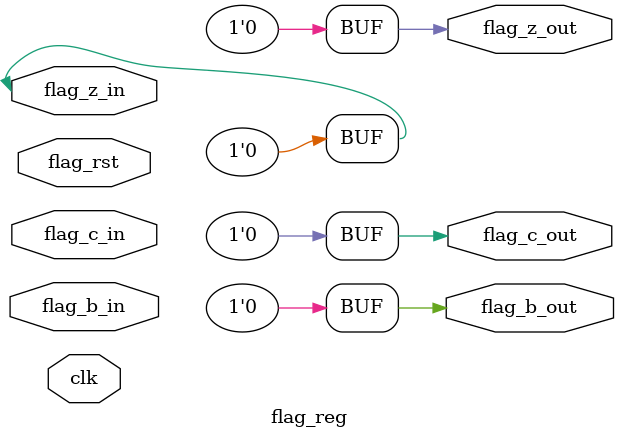
<source format=v>
`timescale 1ns/100ps

module flag_reg (
    clk,
    flag_rst,
    flag_c_in,
    flag_z_in,
    flag_b_in,
    flag_c_out,
    flag_z_out,
    flag_b_out
);

input clk, flag_rst, flag_c_in, flag_z_in, flag_b_in;

output reg flag_c_out; //Carry
output reg flag_z_out; //Zero
output reg flag_b_out; //Borrow

//NOT READY YET!

reg C_LAST = 1'b0;
reg B_LAST = 1'b0;

//Reset
always @(flag_rst) begin
    flag_c_out <= 1'b0;
    flag_z_out <= 1'b0;
    flag_b_out <= 1'b0;
end

//Zero
always @(flag_z_in) begin
    flag_z_out <= flag_z_in;
end

//Set C
always @(flag_c_in) begin
    if(flag_c_in || C_LAST) begin
        flag_c_out = 1'b1; 
    end
    else begin
        flag_c_out = 1'b0;
    end
end

//Set B
always @(flag_b_in) begin
    if(flag_b_in || B_LAST) begin
        flag_b_out = 1'b1; 
    end
    else begin
        flag_b_out = 1'b0;
    end
end

//Reset C/B
always @(posedge clk) begin
    if(!flag_c_in && C_LAST) begin
        flag_c_out <= 1'b0; 
    end
    C_LAST <= flag_c_in;

    if(!flag_b_in && B_LAST) begin
        flag_b_out <= 1'b0; 
    end
    B_LAST <= flag_b_in;
end

endmodule
</source>
